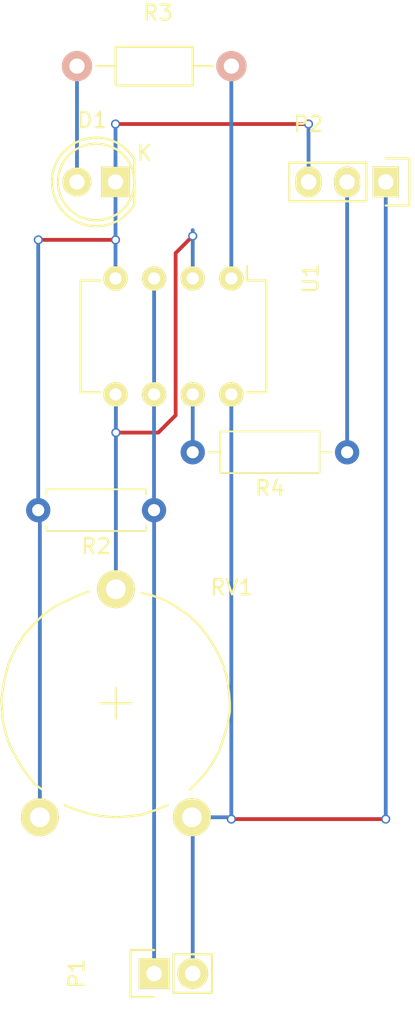
<source format=kicad_pcb>
(kicad_pcb (version 20211014) (generator pcbnew)
  (layers (0 "F.Cu" signal) (31 "B.Cu" signal) (34 "B.Paste" user) (35 "F.Paste" user) (36 "B.SilkS" user "B.Silkscreen") (37 "F.SilkS" user "F.Silkscreen") (38 "B.Mask" user) (39 "F.Mask" user) (44 "Edge.Cuts" user))
  (net 0 "")
  (net 1 "GND")
  (net 2 "Net-(D1-Pad2)")
  (net 3 "Net-(R3-Pad2)")
  (net 4 "Net-(R4-Pad2)")
  (net 5 "Net-(P1-Pad1)")
  (net 6 "VCC")
  (net 7 "Net-(U1-Pad5)")
  (net 8 "Net-(P2-Pad2)")
  (footprint "LEDs:LED-5MM" (layer "F.Cu") (at 165.1 93.98 180)
    (fp_text reference "D1" (at 1.524 4.064 180) (layer "F.SilkS"))
    (fp_text value "LED")
    (fp_text user "K" (at -1.905 1.905 180) (layer "F.SilkS"))
    (fp_line (start -1.23 1.5) (end -1.23 -1.5) (layer "F.SilkS") (width 0.15))
    (fp_arc (start -1.23 -1.5) (mid 4.18544 -0.014565) (end -1.214888 1.524904) (layer "F.SilkS") (width 0.15))
    (fp_circle (center 1.27 0) (end 0.97 -2.5) (layer "F.SilkS") (width 0.15) (fill none))
    (pad "1" thru_hole rect locked (at 0 0 270) (size 2 1.9) (drill 1.00076) (layers *.Cu *.Mask "F.SilkS") (net 1 "GND"))
    (pad "2" thru_hole circle locked (at 2.54 0 180) (size 1.9 1.9) (drill 1.00076) (layers *.Cu *.Mask "F.SilkS") (net 2 "Net-(D1-Pad2)"))
  )
  (footprint "Pin_Headers:Pin_Header_Straight_1x02" (layer "F.Cu") (at 167.64 146.05 90)
    (fp_text reference "P1" (at 0 -5.1 90) (layer "F.SilkS"))
    (fp_text value "Photo in")
    (fp_line (start 1.55 -1.55) (end 1.55 0) (layer "F.SilkS") (width 0.15))
    (fp_line (start -1.27 1.27) (end -1.27 3.81) (layer "F.SilkS") (width 0.15))
    (fp_line (start -1.27 3.81) (end 1.27 3.81) (layer "F.SilkS") (width 0.15))
    (fp_line (start 1.27 1.27) (end -1.27 1.27) (layer "F.SilkS") (width 0.15))
    (fp_line (start 1.27 1.27) (end 1.27 3.81) (layer "F.SilkS") (width 0.15))
    (fp_line (start -1.55 0) (end -1.55 -1.55) (layer "F.SilkS") (width 0.15))
    (fp_line (start -1.55 -1.55) (end 1.55 -1.55) (layer "F.SilkS") (width 0.15))
    (pad "1" thru_hole rect locked (at 0 0 90) (size 2.032 2.032) (drill 1.016) (layers *.Cu *.Mask "F.SilkS") (net 5 "Net-(P1-Pad1)"))
    (pad "2" thru_hole oval locked (at 0 2.54 90) (size 2.032 2.032) (drill 1.016) (layers *.Cu *.Mask "F.SilkS") (net 6 "VCC"))
  )
  (footprint "Resistor_THT:R_Axial_DIN0207_L6.3mm_D2.5mm_P7.62mm_Horizontal" (layer "F.Cu") (at 167.635 115.57 180)
    (fp_text reference "R2" (at 3.81 -2.37 180) (layer "F.SilkS"))
    (fp_text value "3k")
    (fp_line (start 7.08 1.37) (end 7.08 1.04) (layer "F.SilkS") (width 0.12))
    (fp_line (start 0.54 -1.04) (end 0.54 -1.37) (layer "F.SilkS") (width 0.12))
    (fp_line (start 7.08 -1.37) (end 7.08 -1.04) (layer "F.SilkS") (width 0.12))
    (fp_line (start 0.54 1.37) (end 7.08 1.37) (layer "F.SilkS") (width 0.12))
    (fp_line (start 0.54 -1.37) (end 7.08 -1.37) (layer "F.SilkS") (width 0.12))
    (fp_line (start 0.54 1.04) (end 0.54 1.37) (layer "F.SilkS") (width 0.12))
    (pad "1" thru_hole circle locked (at 0 0 180) (size 1.6 1.6) (drill 0.8) (layers *.Cu *.Mask) (net 5 "Net-(P1-Pad1)"))
    (pad "2" thru_hole oval locked (at 7.62 0 180) (size 1.6 1.6) (drill 0.8) (layers *.Cu *.Mask) (net 1 "GND"))
  )
  (footprint "Resistors_ThroughHole:Resistor_Horizontal_RM10mm" (layer "F.Cu") (at 162.565 86.36)
    (fp_text reference "R3" (at 5.32892 -3.50012) (layer "F.SilkS"))
    (fp_text value "1k")
    (fp_line (start 7.62 -1.27) (end 7.62 1.27) (layer "F.SilkS") (width 0.15))
    (fp_line (start 2.54 0) (end 1.27 0) (layer "F.SilkS") (width 0.15))
    (fp_line (start 2.54 1.27) (end 2.54 -1.27) (layer "F.SilkS") (width 0.15))
    (fp_line (start 2.54 -1.27) (end 7.62 -1.27) (layer "F.SilkS") (width 0.15))
    (fp_line (start 7.62 1.27) (end 2.54 1.27) (layer "F.SilkS") (width 0.15))
    (fp_line (start 7.62 0) (end 8.89 0) (layer "F.SilkS") (width 0.15))
    (pad "1" thru_hole circle locked (at 0 0) (size 1.99898 1.99898) (drill 1.00076) (layers *.Cu *.SilkS *.Mask) (net 2 "Net-(D1-Pad2)"))
    (pad "2" thru_hole circle locked (at 10.16 0) (size 1.99898 1.99898) (drill 1.00076) (layers *.Cu *.SilkS *.Mask) (net 3 "Net-(R3-Pad2)"))
  )
  (footprint "Resistor_THT:R_Axial_DIN0207_L6.3mm_D2.5mm_P10.16mm_Horizontal" (layer "F.Cu") (at 180.34 111.76 180)
    (fp_text reference "R4" (at 5.08 -2.37 180) (layer "F.SilkS"))
    (fp_text value "4k")
    (fp_line (start 8.35 1.37) (end 8.35 -1.37) (layer "F.SilkS") (width 0.12))
    (fp_line (start 9.12 0) (end 8.35 0) (layer "F.SilkS") (width 0.12))
    (fp_line (start 1.81 1.37) (end 8.35 1.37) (layer "F.SilkS") (width 0.12))
    (fp_line (start 1.81 -1.37) (end 1.81 1.37) (layer "F.SilkS") (width 0.12))
    (fp_line (start 1.04 0) (end 1.81 0) (layer "F.SilkS") (width 0.12))
    (fp_line (start 8.35 -1.37) (end 1.81 -1.37) (layer "F.SilkS") (width 0.12))
    (pad "1" thru_hole circle locked (at 0 0 180) (size 1.6 1.6) (drill 0.8) (layers *.Cu *.Mask) (net 8 "Net-(P2-Pad2)"))
    (pad "2" thru_hole oval locked (at 10.16 0 180) (size 1.6 1.6) (drill 0.8) (layers *.Cu *.Mask) (net 4 "Net-(R4-Pad2)"))
  )
  (footprint "Potentiometers:Potentiometer_Trimmer-Piher_PT15-V15_horizontal" (layer "F.Cu") (at 160.12287 135.77062)
    (fp_text reference "RV1" (at 12.62126 -15.12062) (layer "F.SilkS"))
    (fp_text value "100k")
    (fp_line (start 11.05154 -11.8999) (end 10.50036 -12.60094) (layer "F.SilkS") (width 0.15))
    (fp_line (start 12.10056 -5.25018) (end 12.35202 -6.10108) (layer "F.SilkS") (width 0.15))
    (fp_line (start -2.54762 -7.70128) (end -2.44856 -6.70052) (layer "F.SilkS") (width 0.15))
    (fp_line (start -0.44958 -12.65174) (end -1.04902 -12.0015) (layer "F.SilkS") (width 0.15))
    (fp_line (start 5.6515 -0.0508) (end 6.60146 -0.14986) (layer "F.SilkS") (width 0.15))
    (fp_line (start -1.04902 -12.0015) (end -1.5494 -11.2014) (layer "F.SilkS") (width 0.15))
    (fp_line (start 3.05054 -14.80058) (end 3.2512 -14.85138) (layer "F.SilkS") (width 0.15))
    (fp_line (start -0.84836 -2.80162) (end -0.34798 -2.19964) (layer "F.SilkS") (width 0.15))
    (fp_line (start -0.34798 -2.19964) (end 0.1016 -1.85166) (layer "F.SilkS") (width 0.15))
    (fp_line (start 11.55192 -11.0998) (end 11.05154 -11.8999) (layer "F.SilkS") (width 0.15))
    (fp_line (start 12.45108 -8.20166) (end 12.30122 -9.19988) (layer "F.SilkS") (width 0.15))
    (fp_line (start -2.49936 -6.70052) (end -2.2987 -5.69976) (layer "F.SilkS") (width 0.15))
    (fp_line (start 10.85088 -2.84988) (end 11.35126 -3.55092) (layer "F.SilkS") (width 0.15))
    (fp_line (start -1.99898 -4.7498) (end -1.34874 -3.55092) (layer "F.SilkS") (width 0.15))
    (fp_line (start 2.20218 -0.55118) (end 2.85242 -0.35052) (layer "F.SilkS") (width 0.15))
    (fp_line (start 0.20066 -13.29944) (end -0.44958 -12.65174) (layer "F.SilkS") (width 0.15))
    (fp_line (start -2.3495 -9.00176) (end -2.54762 -7.70128) (layer "F.SilkS") (width 0.15))
    (fp_line (start 4.35102 -0.0508) (end 5.00126 0) (layer "F.SilkS") (width 0.15))
    (fp_line (start 12.50188 -7.50062) (end 12.45108 -8.20166) (layer "F.SilkS") (width 0.15))
    (fp_line (start 12.0015 -10.20064) (end 11.55192 -11.0998) (layer "F.SilkS") (width 0.15))
    (fp_line (start 6.60146 -0.14986) (end 7.70128 -0.50038) (layer "F.SilkS") (width 0.15))
    (fp_line (start 7.70128 -0.50038) (end 8.40232 -0.8001) (layer "F.SilkS") (width 0.15))
    (fp_line (start 12.35202 -6.10108) (end 12.50188 -6.94944) (layer "F.SilkS") (width 0.15))
    (fp_line (start 10.30224 -2.25044) (end 10.85088 -2.84988) (layer "F.SilkS") (width 0.15))
    (fp_line (start 9.90092 -13.20038) (end 9.05002 -13.79982) (layer "F.SilkS") (width 0.15))
    (fp_line (start -2.2987 -5.69976) (end -1.99898 -4.7498) (layer "F.SilkS") (width 0.15))
    (fp_line (start -1.5494 -11.2014) (end -2.04978 -10.14984) (layer "F.SilkS") (width 0.15))
    (fp_line (start 11.35126 -3.55092) (end 11.80084 -4.35102) (layer "F.SilkS") (width 0.15))
    (fp_line (start 2.85242 -0.35052) (end 3.60172 -0.14986) (layer "F.SilkS") (width 0.15))
    (fp_line (start 1.05156 -13.90142) (end 0.20066 -13.29944) (layer "F.SilkS") (width 0.15))
    (fp_line (start 8.20166 -14.3002) (end 7.35076 -14.59992) (layer "F.SilkS") (width 0.15))
    (fp_line (start 3.60172 -0.14986) (end 4.35102 -0.0508) (layer "F.SilkS") (width 0.15))
    (fp_line (start -2.04978 -10.14984) (end -2.3495 -9.00176) (layer "F.SilkS") (width 0.15))
    (fp_line (start 5.00126 -8.50138) (end 5.00126 -6.49986) (layer "F.SilkS") (width 0.15))
    (fp_line (start 10.50036 -12.60094) (end 9.90092 -13.20038) (layer "F.SilkS") (width 0.15))
    (fp_line (start 11.80084 -4.35102) (end 12.10056 -5.25018) (layer "F.SilkS") (width 0.15))
    (fp_line (start 12.50188 -6.94944) (end 12.50188 -7.50062) (layer "F.SilkS") (width 0.15))
    (fp_line (start 9.85012 -1.80086) (end 10.30224 -2.25044) (layer "F.SilkS") (width 0.15))
    (fp_line (start 1.651 -0.8001) (end 2.20218 -0.55118) (layer "F.SilkS") (width 0.15))
    (fp_line (start 7.40156 -14.59992) (end 6.70052 -14.74978) (layer "F.SilkS") (width 0.15))
    (fp_line (start 2.10058 -14.4018) (end 1.05156 -13.90142) (layer "F.SilkS") (width 0.15))
    (fp_line (start 3.05054 -14.80058) (end 2.10058 -14.4018) (layer "F.SilkS") (width 0.15))
    (fp_line (start 12.30122 -9.19988) (end 12.0015 -10.20064) (layer "F.SilkS") (width 0.15))
    (fp_line (start -1.34874 -3.55092) (end -0.84836 -2.80162) (layer "F.SilkS") (width 0.15))
    (fp_line (start 5.00126 0) (end 5.6515 -0.0508) (layer "F.SilkS") (width 0.15))
    (fp_line (start 9.05002 -13.79982) (end 8.20166 -14.3002) (layer "F.SilkS") (width 0.15))
    (fp_line (start 4.0005 -7.50062) (end 6.00202 -7.50062) (layer "F.SilkS") (width 0.15))
    (pad "1" thru_hole circle locked (at 0 0) (size 2.49936 2.49936) (drill 1.30048) (layers *.Cu *.Mask "F.SilkS") (net 1 "GND"))
    (pad "2" thru_hole circle locked (at 5.00126 -15.00124) (size 2.49936 2.49936) (drill 1.30048) (layers *.Cu *.Mask "F.SilkS") (net 7 "Net-(U1-Pad5)"))
    (pad "3" thru_hole circle locked (at 10.00252 0) (size 2.49936 2.49936) (drill 1.30048) (layers *.Cu *.Mask "F.SilkS") (net 6 "VCC"))
  )
  (footprint "Housings_DIP:DIP-8_W7.62mm" (layer "F.Cu") (at 172.72 100.33 -90)
    (fp_text reference "U1" (at 0 -5.22 90) (layer "F.SilkS"))
    (fp_text value "LM358")
    (fp_line (start 0.135 9.915) (end 0.135 8.645) (layer "F.SilkS") (width 0.15))
    (fp_line (start 0.135 -2.295) (end 0.135 -1.025) (layer "F.SilkS") (width 0.15))
    (fp_line (start 0.135 -2.295) (end 7.485 -2.295) (layer "F.SilkS") (width 0.15))
    (fp_line (start 0.135 9.915) (end 7.485 9.915) (layer "F.SilkS") (width 0.15))
    (fp_line (start 0.135 -1.025) (end -0.8 -1.025) (layer "F.SilkS") (width 0.15))
    (fp_line (start 7.485 9.915) (end 7.485 8.645) (layer "F.SilkS") (width 0.15))
    (fp_line (start 7.485 -2.295) (end 7.485 -1.025) (layer "F.SilkS") (width 0.15))
    (pad "1" thru_hole oval locked (at 0 0 270) (size 1.6 1.6) (drill 0.8) (layers *.Cu *.Mask "F.SilkS") (net 3 "Net-(R3-Pad2)"))
    (pad "2" thru_hole oval locked (at 0 2.54 270) (size 1.6 1.6) (drill 0.8) (layers *.Cu *.Mask "F.SilkS") (net 7 "Net-(U1-Pad5)"))
    (pad "3" thru_hole oval locked (at 0 5.08 270) (size 1.6 1.6) (drill 0.8) (layers *.Cu *.Mask "F.SilkS") (net 5 "Net-(P1-Pad1)"))
    (pad "4" thru_hole oval locked (at 0 7.62 270) (size 1.6 1.6) (drill 0.8) (layers *.Cu *.Mask "F.SilkS") (net 1 "GND"))
    (pad "5" thru_hole oval locked (at 7.62 7.62 270) (size 1.6 1.6) (drill 0.8) (layers *.Cu *.Mask "F.SilkS") (net 7 "Net-(U1-Pad5)"))
    (pad "6" thru_hole oval locked (at 7.62 5.08 270) (size 1.6 1.6) (drill 0.8) (layers *.Cu *.Mask "F.SilkS") (net 5 "Net-(P1-Pad1)"))
    (pad "7" thru_hole oval locked (at 7.62 2.54 270) (size 1.6 1.6) (drill 0.8) (layers *.Cu *.Mask "F.SilkS") (net 4 "Net-(R4-Pad2)"))
    (pad "8" thru_hole oval locked (at 7.62 0 270) (size 1.6 1.6) (drill 0.8) (layers *.Cu *.Mask "F.SilkS") (net 6 "VCC"))
  )
  (footprint "Socket_Strips:Socket_Strip_Straight_1x03" (layer "F.Cu") (at 182.88 93.98 180)
    (fp_text reference "P2" (at 5.09 3.81 180) (layer "F.SilkS"))
    (fp_text value "Rasp")
    (fp_line (start 0 -1.55) (end -1.55 -1.55) (layer "F.SilkS") (width 0.15))
    (fp_line (start 1.27 -1.27) (end 6.35 -1.27) (layer "F.SilkS") (width 0.15))
    (fp_line (start 6.35 -1.27) (end 6.35 1.27) (layer "F.SilkS") (width 0.15))
    (fp_line (start 6.35 1.27) (end 1.27 1.27) (layer "F.SilkS") (width 0.15))
    (fp_line (start -1.55 -1.55) (end -1.55 1.55) (layer "F.SilkS") (width 0.15))
    (fp_line (start -1.55 1.55) (end 0 1.55) (layer "F.SilkS") (width 0.15))
    (fp_line (start 1.27 1.27) (end 1.27 -1.27) (layer "F.SilkS") (width 0.15))
    (pad "1" thru_hole rect locked (at 0 0 180) (size 1.7272 2.032) (drill 1.016) (layers *.Cu *.Mask "F.SilkS") (net 6 "VCC"))
    (pad "2" thru_hole oval locked (at 2.54 0 180) (size 1.7272 2.032) (drill 1.016) (layers *.Cu *.Mask "F.SilkS") (net 8 "Net-(P2-Pad2)"))
    (pad "3" thru_hole oval locked (at 5.08 0 180) (size 1.7272 2.032) (drill 1.016) (layers *.Cu *.Mask "F.SilkS") (net 1 "GND"))
  )
  (segment (start 177.8 90.17) (end 165.1 90.17) (width 0.25) (layer "F.Cu") (net 1))
  (segment (start 165.1 97.79) (end 160.02 97.79) (width 0.25) (layer "F.Cu") (net 1))
  (via (at 165.1 90.17) (size 0.6) (drill 0.4) (layers "F.Cu" "B.Cu") (net 1))
  (via (at 165.1 97.79) (size 0.6) (drill 0.4) (layers "F.Cu" "B.Cu") (net 1))
  (via (at 177.8 90.17) (size 0.6) (drill 0.4) (layers "F.Cu" "B.Cu") (net 1))
  (via (at 160.02 97.79) (size 0.6) (drill 0.4) (layers "F.Cu" "B.Cu") (net 1))
  (segment (start 160.015 97.795) (end 160.02 97.79) (width 0.25) (layer "B.Cu") (net 1))
  (segment (start 177.8 93.98) (end 177.8 90.17) (width 0.25) (layer "B.Cu") (net 1))
  (segment (start 160.12287 135.77062) (end 160.12287 115.67787) (width 0.25) (layer "B.Cu") (net 1))
  (segment (start 165.1 93.98) (end 165.1 90.17) (width 0.25) (layer "B.Cu") (net 1))
  (segment (start 165.1 97.79) (end 165.1 93.98) (width 0.25) (layer "B.Cu") (net 1))
  (segment (start 165.1 100.33) (end 165.1 97.79) (width 0.25) (layer "B.Cu") (net 1))
  (segment (start 160.12287 115.67787) (end 160.015 115.57) (width 0.25) (layer "B.Cu") (net 1))
  (segment (start 160.015 115.57) (end 160.015 97.795) (width 0.25) (layer "B.Cu") (net 1))
  (segment (start 162.565 93.975) (end 162.56 93.98) (width 0.25) (layer "B.Cu") (net 2))
  (segment (start 162.565 86.36) (end 162.565 93.975) (width 0.25) (layer "B.Cu") (net 2))
  (segment (start 172.72 100.33) (end 172.72 86.365) (width 0.25) (layer "B.Cu") (net 3))
  (segment (start 172.72 86.365) (end 172.725 86.36) (width 0.25) (layer "B.Cu") (net 3))
  (segment (start 170.18 111.76) (end 170.18 107.95) (width 0.25) (layer "B.Cu") (net 4))
  (segment (start 167.635 107.955) (end 167.64 107.95) (width 0.25) (layer "B.Cu") (net 5))
  (segment (start 167.635 115.57) (end 167.635 107.955) (width 0.25) (layer "B.Cu") (net 5))
  (segment (start 167.64 146.05) (end 167.64 115.575) (width 0.25) (layer "B.Cu") (net 5))
  (segment (start 167.64 107.95) (end 167.64 100.33) (width 0.25) (layer "B.Cu") (net 5))
  (segment (start 167.64 115.575) (end 167.635 115.57) (width 0.25) (layer "B.Cu") (net 5))
  (segment (start 182.88 135.89) (end 172.72 135.89) (width 0.25) (layer "F.Cu") (net 6))
  (via (at 182.88 135.89) (size 0.6) (drill 0.4) (layers "F.Cu" "B.Cu") (net 6))
  (via (at 172.72 135.89) (size 0.6) (drill 0.4) (layers "F.Cu" "B.Cu") (net 6))
  (segment (start 170.18 146.05) (end 170.18 135.82523) (width 0.25) (layer "B.Cu") (net 6))
  (segment (start 170.18 135.82523) (end 170.12539 135.77062) (width 0.25) (layer "B.Cu") (net 6))
  (segment (start 182.88 93.98) (end 182.88 135.89) (width 0.25) (layer "B.Cu") (net 6))
  (segment (start 170.12539 135.77062) (end 172.60062 135.77062) (width 0.25) (layer "B.Cu") (net 6))
  (segment (start 172.72 135.89) (end 172.72 107.95) (width 0.25) (layer "B.Cu") (net 6))
  (segment (start 172.60062 135.77062) (end 172.72 135.89) (width 0.25) (layer "B.Cu") (net 6))
  (segment (start 167.91813 110.46587) (end 165.12413 110.46587) (width 0.25) (layer "F.Cu") (net 7))
  (segment (start 169.055489 98.660511) (end 169.055489 109.328511) (width 0.25) (layer "F.Cu") (net 7))
  (segment (start 170.18 97.536) (end 169.055489 98.660511) (width 0.25) (layer "F.Cu") (net 7))
  (segment (start 169.055489 109.328511) (end 167.91813 110.46587) (width 0.25) (layer "F.Cu") (net 7))
  (via (at 170.18 97.536) (size 0.6) (drill 0.4) (layers "F.Cu" "B.Cu") (net 7))
  (via (at 165.12413 110.46587) (size 0.6) (drill 0.4) (layers "F.Cu" "B.Cu") (net 7))
  (segment (start 165.12413 110.46587) (end 165.12413 107.97413) (width 0.25) (layer "B.Cu") (net 7))
  (segment (start 165.12413 120.76938) (end 165.12413 110.46587) (width 0.25) (layer "B.Cu") (net 7))
  (segment (start 170.18 100.33) (end 170.18 97.536) (width 0.25) (layer "B.Cu") (net 7))
  (segment (start 165.12413 107.97413) (end 165.1 107.95) (width 0.25) (layer "B.Cu") (net 7))
  (segment (start 170.18 97.536) (end 170.18 97.144511) (width 0.25) (layer "B.Cu") (net 7))
  (segment (start 180.34 111.76) (end 180.34 93.98) (width 0.25) (layer "B.Cu") (net 8))
)
</source>
